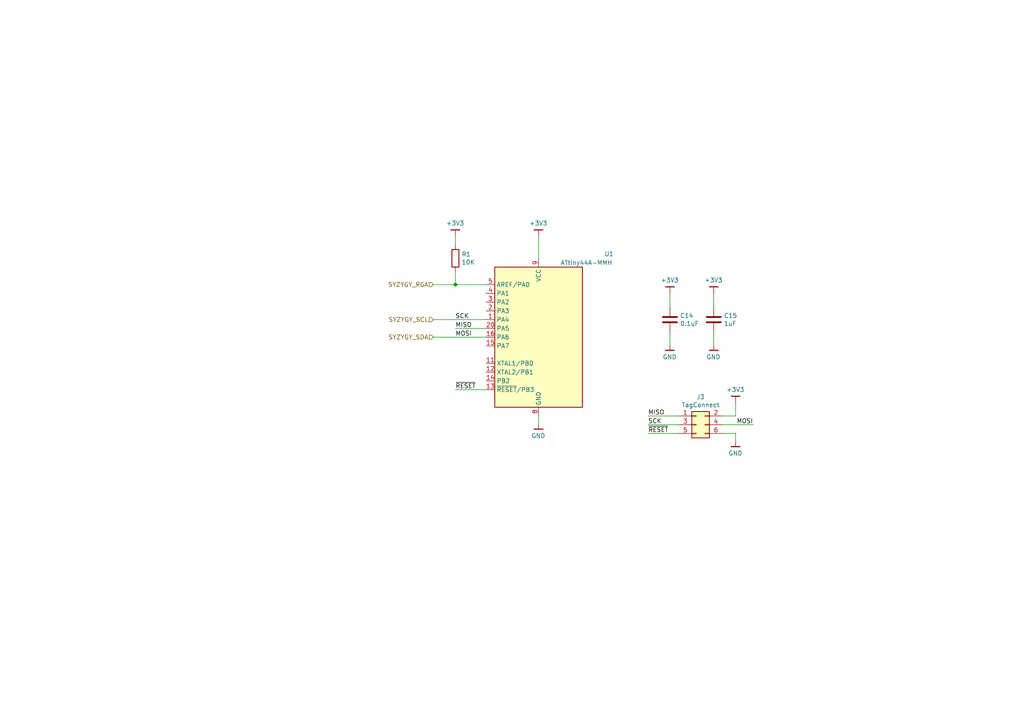
<source format=kicad_sch>
(kicad_sch (version 20200512) (host eeschema "5.99.0-unknown-4cfff6b~101~ubuntu18.04.1")
  (page 2 2)
  (paper "A4")
  (title_block (title "sii9022a Breakout") (date "2020-05-23") (rev "r1.0") (comment 1 "SYZYGY Pod"))
  (lib_symbols
    (symbol "Connector_Generic:Conn_02x03_Odd_Even" (pin_names hide)
      (property "Reference" "J" (at 1.27 5.08 0))
      (property "Value" "Conn_02x03_Odd_Even" (at 1.27 -5.08 0))
      (symbol "Conn_02x03_Odd_Even_1_1"
        (rectangle (start -1.27 -2.413) (end 0 -2.667))
        (rectangle (start -1.27 2.667) (end 0 2.413))
        (rectangle (start -1.27 3.81) (end 3.81 -3.81) (stroke (width 0.254)) (fill (type background)))
        (rectangle (start -1.27 0.127) (end 0 -0.127))
        (rectangle (start 3.81 -2.413) (end 2.54 -2.667))
        (rectangle (start 3.81 2.667) (end 2.54 2.413))
        (rectangle (start 3.81 0.127) (end 2.54 -0.127))
        (pin passive line (at -5.08 2.54 0) (length 3.81) (name "Pin_1") (number "1"))
        (pin passive line (at 7.62 2.54 180) (length 3.81) (name "Pin_2") (number "2"))
        (pin passive line (at -5.08 0 0) (length 3.81) (name "Pin_3") (number "3"))
        (pin passive line (at 7.62 0 180) (length 3.81) (name "Pin_4") (number "4"))
        (pin passive line (at -5.08 -2.54 0) (length 3.81) (name "Pin_5") (number "5"))
        (pin passive line (at 7.62 -2.54 180) (length 3.81) (name "Pin_6") (number "6"))
      )
    )
    (symbol "Device:C" (pin_numbers hide) (pin_names (offset 0.254))
      (property "Reference" "C" (at 0.635 2.54 0))
      (property "Value" "C" (at 0.635 -2.54 0))
      (symbol "C_0_1"
        (polyline (pts (xy -2.032 -0.762) (xy 2.032 -0.762)) (stroke (width 0.508)))
        (polyline (pts (xy -2.032 0.762) (xy 2.032 0.762)) (stroke (width 0.508)))
      )
      (symbol "C_1_1"
        (pin passive line (at 0 3.81 270) (length 2.794) (name "~") (number "1"))
        (pin passive line (at 0 -3.81 90) (length 2.794) (name "~") (number "2"))
      )
    )
    (symbol "Device:R" (pin_numbers hide) (pin_names (offset 0))
      (property "Reference" "R" (at 2.032 0 90))
      (property "Value" "R" (at 0 0 90))
      (symbol "R_0_1"
        (rectangle (start -1.016 -2.54) (end 1.016 2.54) (stroke (width 0.254)))
      )
      (symbol "R_1_1"
        (pin passive line (at 0 3.81 270) (length 1.27) (name "~") (number "1"))
        (pin passive line (at 0 -3.81 90) (length 1.27) (name "~") (number "2"))
      )
    )
    (symbol "SyzygyLVDSPod-rescue:ATtiny44A-MMH-MCU_Microchip_ATtiny" (pin_names (offset 0.508))
      (property "Reference" "U" (at -12.7 21.59 0))
      (property "Value" "ATtiny44A-MMH-MCU_Microchip_ATtiny" (at 2.54 -21.59 0))
      (symbol "ATtiny44A-MMH-MCU_Microchip_ATtiny_0_1"
        (rectangle (start -12.7 -20.32) (end 12.7 20.32) (stroke (width 0.254)) (fill (type background)))
      )
      (symbol "ATtiny44A-MMH-MCU_Microchip_ATtiny_1_1"
        (pin tri_state line (at 15.24 5.08 180) (length 2.54) (name "PA4") (number "1"))
        (pin unconnected line (at -12.7 -10.16 0) (length 2.54) (name "NC") (number "10") hide)
        (pin tri_state line (at 15.24 -7.62 180) (length 2.54) (name "XTAL1/PB0") (number "11"))
        (pin tri_state line (at 15.24 -10.16 180) (length 2.54) (name "XTAL2/PB1") (number "12"))
        (pin tri_state line (at 15.24 -15.24 180) (length 2.54) (name "~RESET~/PB3") (number "13"))
        (pin tri_state line (at 15.24 -12.7 180) (length 2.54) (name "PB2") (number "14"))
        (pin tri_state line (at 15.24 -2.54 180) (length 2.54) (name "PA7") (number "15"))
        (pin tri_state line (at 15.24 0 180) (length 2.54) (name "PA6") (number "16"))
        (pin unconnected line (at -12.7 -12.7 0) (length 2.54) (name "NC") (number "17") hide)
        (pin unconnected line (at -12.7 -15.24 0) (length 2.54) (name "NC") (number "18") hide)
        (pin unconnected line (at -12.7 -17.78 0) (length 2.54) (name "NC") (number "19") hide)
        (pin tri_state line (at 15.24 7.62 180) (length 2.54) (name "PA3") (number "2"))
        (pin tri_state line (at 15.24 2.54 180) (length 2.54) (name "PA5") (number "20"))
        (pin passive line (at 0 -22.86 90) (length 2.54) (name "GND") (number "21") hide)
        (pin tri_state line (at 15.24 10.16 180) (length 2.54) (name "PA2") (number "3"))
        (pin tri_state line (at 15.24 12.7 180) (length 2.54) (name "PA1") (number "4"))
        (pin tri_state line (at 15.24 15.24 180) (length 2.54) (name "AREF/PA0") (number "5"))
        (pin unconnected line (at -12.7 -5.08 0) (length 2.54) (name "NC") (number "6") hide)
        (pin unconnected line (at -12.7 -7.62 0) (length 2.54) (name "NC") (number "7") hide)
        (pin power_in line (at 0 -22.86 90) (length 2.54) (name "GND") (number "8"))
        (pin power_in line (at 0 22.86 270) (length 2.54) (name "VCC") (number "9"))
      )
    )
    (symbol "gkl_power:+3V3" (power) (pin_names (offset 0))
      (property "Value" "+3V3" (at 0 3.556 0))
      (symbol "+3V3_0_1"
        (polyline (pts (xy -1.27 1.905) (xy 1.27 1.905)) (stroke (width 0.3048)))
        (polyline (pts (xy 0 0) (xy 0 1.905)))
      )
      (symbol "+3V3_1_1"
        (pin power_in line (at 0 0 90) (length 0) (name "+3V3") (number "1") hide)
      )
    )
    (symbol "gkl_power:GND" (power) (pin_names (offset 0))
      (property "Value" "GND" (at 0 -2.54 0))
      (symbol "GND_0_1"
        (polyline (pts (xy 0 -1.27) (xy 0 0)))
        (polyline (pts (xy 1.27 -1.27) (xy -1.27 -1.27)) (stroke (width 0.3048)))
      )
      (symbol "GND_1_1"
        (pin power_in line (at 0 0 270) (length 0) (name "GND") (number "1") hide)
      )
    )
  )
  (junction (at 132.08 82.55))
  (wire (pts (xy 125.73 82.55) (xy 132.08 82.55)))
  (wire (pts (xy 125.73 92.71) (xy 140.97 92.71)))
  (wire (pts (xy 125.73 97.79) (xy 140.97 97.79)))
  (wire (pts (xy 132.08 71.12) (xy 132.08 68.58)))
  (wire (pts (xy 132.08 82.55) (xy 132.08 78.74)))
  (wire (pts (xy 132.08 82.55) (xy 140.97 82.55)))
  (wire (pts (xy 132.08 95.25) (xy 140.97 95.25)))
  (wire (pts (xy 132.08 113.03) (xy 140.97 113.03)))
  (wire (pts (xy 156.21 68.58) (xy 156.21 74.93)))
  (wire (pts (xy 156.21 120.65) (xy 156.21 123.19)))
  (wire (pts (xy 187.96 120.65) (xy 196.85 120.65)))
  (wire (pts (xy 187.96 123.19) (xy 196.85 123.19)))
  (wire (pts (xy 187.96 125.73) (xy 196.85 125.73)))
  (wire (pts (xy 194.31 85.09) (xy 194.31 88.9)))
  (wire (pts (xy 194.31 96.52) (xy 194.31 100.33)))
  (wire (pts (xy 207.01 85.09) (xy 207.01 88.9)))
  (wire (pts (xy 207.01 96.52) (xy 207.01 100.33)))
  (wire (pts (xy 209.55 120.65) (xy 213.36 120.65)))
  (wire (pts (xy 209.55 123.19) (xy 218.44 123.19)))
  (wire (pts (xy 209.55 125.73) (xy 213.36 125.73)))
  (wire (pts (xy 213.36 120.65) (xy 213.36 116.84)))
  (wire (pts (xy 213.36 128.27) (xy 213.36 125.73)))
  (label "SCK" (at 132.08 92.71 0))
  (label "MISO" (at 132.08 95.25 0))
  (label "MOSI" (at 132.08 97.79 0))
  (label "~RESET" (at 132.08 113.03 0))
  (label "MISO" (at 187.96 120.65 0))
  (label "SCK" (at 187.96 123.19 0))
  (label "~RESET" (at 187.96 125.73 0))
  (label "MOSI" (at 218.44 123.19 180))
  (hierarchical_label "SYZYGY_RGA" (shape input) (at 125.73 82.55 180))
  (hierarchical_label "SYZYGY_SCL" (shape input) (at 125.73 92.71 180))
  (hierarchical_label "SYZYGY_SDA" (shape input) (at 125.73 97.79 180))
  (symbol (lib_id "gkl_power:GND") (at 156.21 123.19 0) (mirror y) (unit 1)
    (property "Reference" "#PWR0105" (effects hide))
    (property "Value" "GND" (at 156.1338 126.3904 0))
  )
  (symbol (lib_id "gkl_power:GND") (at 194.31 100.33 0) (mirror y) (unit 1)
    (property "Reference" "#PWR0128" (effects hide))
    (property "Value" "GND" (at 194.2338 103.5304 0))
  )
  (symbol (lib_id "gkl_power:GND") (at 207.01 100.33 0) (mirror y) (unit 1)
    (property "Reference" "#PWR0130" (effects hide))
    (property "Value" "GND" (at 206.9338 103.5304 0))
  )
  (symbol (lib_id "gkl_power:GND") (at 213.36 128.27 0) (mirror y) (unit 1)
    (property "Reference" "#PWR0131" (effects hide))
    (property "Value" "GND" (at 213.2838 131.4704 0))
  )
  (symbol (lib_id "gkl_power:+3V3") (at 132.08 68.58 0) (mirror y) (unit 1)
    (property "Reference" "#PWR0106" (effects hide))
    (property "Value" "+3V3" (at 132.0038 64.7446 0))
  )
  (symbol (lib_id "gkl_power:+3V3") (at 156.21 68.58 0) (mirror y) (unit 1)
    (property "Reference" "#PWR0104" (effects hide))
    (property "Value" "+3V3" (at 156.1338 64.7446 0))
  )
  (symbol (lib_id "gkl_power:+3V3") (at 194.31 85.09 0) (mirror y) (unit 1)
    (property "Reference" "#PWR0127" (effects hide))
    (property "Value" "+3V3" (at 194.2338 81.2546 0))
  )
  (symbol (lib_id "gkl_power:+3V3") (at 207.01 85.09 0) (mirror y) (unit 1)
    (property "Reference" "#PWR0129" (effects hide))
    (property "Value" "+3V3" (at 206.9338 81.2546 0))
  )
  (symbol (lib_id "gkl_power:+3V3") (at 213.36 116.84 0) (mirror y) (unit 1)
    (property "Reference" "#PWR0132" (effects hide))
    (property "Value" "+3V3" (at 213.2838 113.0046 0))
  )
  (symbol (lib_id "Device:R") (at 132.08 74.93 0) (unit 1)
    (property "Reference" "R1" (at 133.858 73.7616 0) (effects (justify left)))
    (property "Value" "10K" (at 133.858 76.073 0) (effects (justify left)))
    (property "Footprint" "Resistor_SMD:R_0402_1005Metric" (effects hide))
    (property "Mfg" "Stackpole Electronics Inc" (effects hide))
    (property "PN" "RMCF0402FT10K0" (effects hide))
  )
  (symbol (lib_id "Device:C") (at 194.31 92.71 0) (unit 1)
    (property "Reference" "C14" (at 197.231 91.5416 0) (effects (justify left)))
    (property "Value" "0.1uF" (at 197.231 93.853 0) (effects (justify left)))
    (property "Footprint" "Capacitor_SMD:C_0402_1005Metric" (effects hide))
    (property "PN" "CL05B104KP5NNNC" (effects hide))
    (property "Mfg" "Samsung Electro-Mechanics" (effects hide))
  )
  (symbol (lib_id "Device:C") (at 207.01 92.71 0) (unit 1)
    (property "Reference" "C15" (at 209.931 91.5416 0) (effects (justify left)))
    (property "Value" "1uF" (at 209.931 93.853 0) (effects (justify left)))
    (property "Footprint" "Capacitor_SMD:C_0402_1005Metric" (effects hide))
    (property "PN" "CL05A105KP5NNNC" (effects hide))
    (property "Mfg" "Samsung Electro-Mechanics" (effects hide))
  )
  (symbol (lib_id "Connector_Generic:Conn_02x03_Odd_Even") (at 201.93 123.19 0) (unit 1)
    (property "Reference" "J3" (at 203.2 115.1382 0))
    (property "Value" "TagConnect" (at 203.2 117.4496 0))
    (property "Footprint" "pkl_tag_connect:TC2030-NL_SMALL" (effects hide))
  )
  (symbol (lib_id "SyzygyLVDSPod-rescue:ATtiny44A-MMH-MCU_Microchip_ATtiny") (at 156.21 97.79 0) (mirror y) (unit 1)
    (property "Reference" "U1" (at 175.26 73.66 0) (effects (justify right)))
    (property "Value" "ATtiny44A-MMH" (at 162.56 76.2 0) (effects (justify right)))
    (property "Footprint" "Package_DFN_QFN:QFN-20-1EP_3x3mm_P0.45mm_EP1.6x1.6mm" (effects hide))
    (property "Datasheet" "http://ww1.microchip.com/downloads/en/DeviceDoc/doc8183.pdf" (effects hide))
    (property "Mfg" "Microchip Technology" (effects hide))
    (property "PN" "ATTINY44A-MMH" (effects hide))
  )
)
</source>
